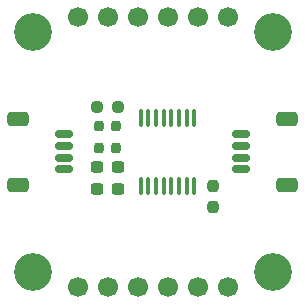
<source format=gbr>
%TF.GenerationSoftware,KiCad,Pcbnew,8.0.7*%
%TF.CreationDate,2025-01-11T17:50:10-05:00*%
%TF.ProjectId,Qwiic-UART,51776969-632d-4554-9152-542e6b696361,0.0.1*%
%TF.SameCoordinates,PX853a720PY66f2fb0*%
%TF.FileFunction,Soldermask,Top*%
%TF.FilePolarity,Negative*%
%FSLAX46Y46*%
G04 Gerber Fmt 4.6, Leading zero omitted, Abs format (unit mm)*
G04 Created by KiCad (PCBNEW 8.0.7) date 2025-01-11 17:50:10*
%MOMM*%
%LPD*%
G01*
G04 APERTURE LIST*
G04 Aperture macros list*
%AMRoundRect*
0 Rectangle with rounded corners*
0 $1 Rounding radius*
0 $2 $3 $4 $5 $6 $7 $8 $9 X,Y pos of 4 corners*
0 Add a 4 corners polygon primitive as box body*
4,1,4,$2,$3,$4,$5,$6,$7,$8,$9,$2,$3,0*
0 Add four circle primitives for the rounded corners*
1,1,$1+$1,$2,$3*
1,1,$1+$1,$4,$5*
1,1,$1+$1,$6,$7*
1,1,$1+$1,$8,$9*
0 Add four rect primitives between the rounded corners*
20,1,$1+$1,$2,$3,$4,$5,0*
20,1,$1+$1,$4,$5,$6,$7,0*
20,1,$1+$1,$6,$7,$8,$9,0*
20,1,$1+$1,$8,$9,$2,$3,0*%
G04 Aperture macros list end*
%ADD10RoundRect,0.237500X-0.237500X0.250000X-0.237500X-0.250000X0.237500X-0.250000X0.237500X0.250000X0*%
%ADD11RoundRect,0.150000X0.625000X-0.150000X0.625000X0.150000X-0.625000X0.150000X-0.625000X-0.150000X0*%
%ADD12RoundRect,0.250000X0.650000X-0.350000X0.650000X0.350000X-0.650000X0.350000X-0.650000X-0.350000X0*%
%ADD13RoundRect,0.150000X-0.625000X0.150000X-0.625000X-0.150000X0.625000X-0.150000X0.625000X0.150000X0*%
%ADD14RoundRect,0.250000X-0.650000X0.350000X-0.650000X-0.350000X0.650000X-0.350000X0.650000X0.350000X0*%
%ADD15RoundRect,0.100000X0.100000X-0.637500X0.100000X0.637500X-0.100000X0.637500X-0.100000X-0.637500X0*%
%ADD16RoundRect,0.237500X-0.300000X-0.237500X0.300000X-0.237500X0.300000X0.237500X-0.300000X0.237500X0*%
%ADD17RoundRect,0.237500X0.250000X0.237500X-0.250000X0.237500X-0.250000X-0.237500X0.250000X-0.237500X0*%
%ADD18RoundRect,0.200000X-0.200000X-0.250000X0.200000X-0.250000X0.200000X0.250000X-0.200000X0.250000X0*%
%ADD19C,3.200000*%
%ADD20C,1.700000*%
G04 APERTURE END LIST*
D10*
%TO.C,R1*%
X5080000Y-2897500D03*
X5080000Y-4722500D03*
%TD*%
D11*
%TO.C,J2*%
X7525000Y-1500000D03*
X7525000Y-500000D03*
X7525000Y500000D03*
X7525000Y1500000D03*
D12*
X11400000Y-2800000D03*
X11400000Y2800000D03*
%TD*%
D13*
%TO.C,J1*%
X-7525000Y1500000D03*
X-7525000Y500000D03*
X-7525000Y-500000D03*
X-7525000Y-1500000D03*
D14*
X-11400000Y2800000D03*
X-11400000Y-2800000D03*
%TD*%
D15*
%TO.C,U1*%
X-1005000Y-2862500D03*
X-355000Y-2862500D03*
X295000Y-2862500D03*
X945000Y-2862500D03*
X1595000Y-2862500D03*
X2245000Y-2862500D03*
X2895000Y-2862500D03*
X3545000Y-2862500D03*
X3545000Y2862500D03*
X2895000Y2862500D03*
X2245000Y2862500D03*
X1595000Y2862500D03*
X945000Y2862500D03*
X295000Y2862500D03*
X-355000Y2862500D03*
X-1005000Y2862500D03*
%TD*%
D16*
%TO.C,C2*%
X-4672500Y-3175000D03*
X-2947500Y-3175000D03*
%TD*%
D17*
%TO.C,R2*%
X-2897500Y3810000D03*
X-4722500Y3810000D03*
%TD*%
D18*
%TO.C,X1*%
X-3085000Y2195000D03*
X-3085000Y345000D03*
X-4535000Y345000D03*
X-4535000Y2195000D03*
%TD*%
D16*
%TO.C,C1*%
X-4672500Y-1270000D03*
X-2947500Y-1270000D03*
%TD*%
D19*
%TO.C,REF\u002A\u002A*%
X10160000Y10160000D03*
%TD*%
%TO.C,REF\u002A\u002A*%
X10160000Y-10160000D03*
%TD*%
%TO.C,REF\u002A\u002A*%
X-10160000Y10160000D03*
%TD*%
%TO.C,REF\u002A\u002A*%
X-10160000Y-10160000D03*
%TD*%
D20*
%TO.C,J4*%
X6350000Y-11430000D03*
X3810000Y-11430000D03*
X1270000Y-11430000D03*
X-1270000Y-11430000D03*
X-3810000Y-11430000D03*
X-6350000Y-11430000D03*
%TD*%
%TO.C,J3*%
X-6350000Y11430000D03*
X-3810000Y11430000D03*
X-1270000Y11430000D03*
X1270000Y11430000D03*
X3810000Y11430000D03*
X6350000Y11430000D03*
%TD*%
M02*

</source>
